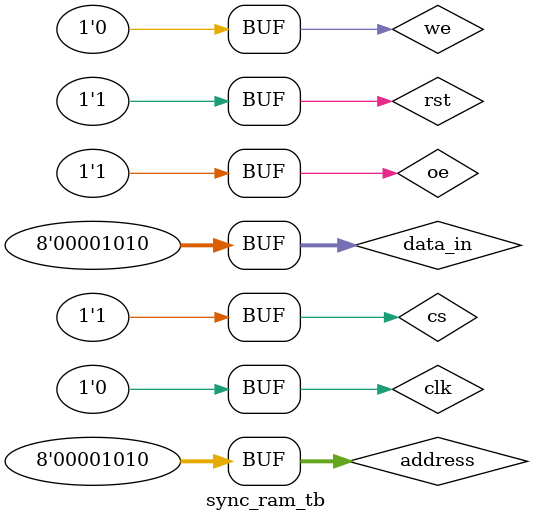
<source format=v>
module sync_ram_tb;
    reg clk, rst, cs, oe, we;
    reg [7:0] address, data_in;
    wire [7:0] data_out;

    sync_ram uut(
        .clk     (clk),
        .rst_n   (rst),
        .cs      (cs),
        .oe      (oe),
        .we      (we),
        .address (address),
        .data_in (data_in),
        .data_out(data_out)
        );

    initial 
    begin
	        clk=0;
	        rst=0;
	        cs=1;
	        oe=0;
	        we=0;
	        address=0;
	        data_in=0;
	    #10 rst=1;
	        we=1;

	        repeat (10) 
		        begin
		    		#10 address=address+1;
		                data_in=address;
		        end

	    #10 we=0;
	        oe=1;
	        address=0;

	        repeat (10) 
		        begin
		            #10 address=address+1;
		        end
    end

    	initial repeat(500) #5 clk=~clk;

endmodule
</source>
